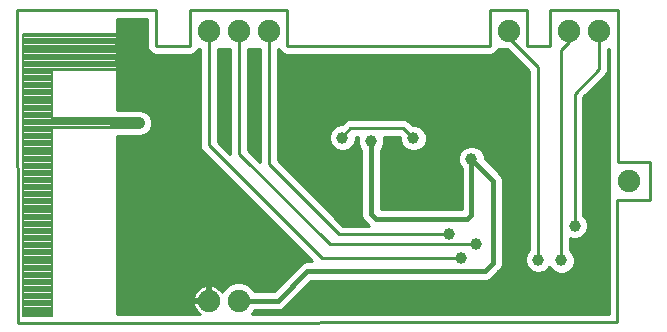
<source format=gbl>
G75*
G70*
%OFA0B0*%
%FSLAX24Y24*%
%IPPOS*%
%LPD*%
%AMOC8*
5,1,8,0,0,1.08239X$1,22.5*
%
%ADD10C,0.0100*%
%ADD11R,0.0236X0.0236*%
%ADD12C,0.0748*%
%ADD13C,0.0394*%
%ADD14C,0.0098*%
%ADD15C,0.0157*%
%ADD16C,0.0079*%
%ADD17C,0.0394*%
D10*
X000160Y000159D02*
X000155Y010589D01*
X004780Y010589D01*
X004780Y009389D01*
X005905Y009389D01*
X005905Y010589D01*
X009155Y010585D01*
X009155Y009389D01*
X015905Y009389D01*
X015905Y010589D01*
X017155Y010589D01*
X017155Y009389D01*
X017905Y009389D01*
X017905Y010589D01*
X020166Y010589D01*
X020166Y005517D01*
X021229Y005517D01*
X021229Y004257D01*
X020156Y004257D01*
X020156Y000164D01*
X000160Y000159D01*
D11*
X003410Y006810D03*
D12*
X006530Y009889D03*
X007530Y009889D03*
X008530Y009889D03*
X016530Y009889D03*
X018530Y009889D03*
X019530Y009889D03*
X020530Y004889D03*
X007530Y000889D03*
X006530Y000889D03*
D13*
X003757Y003222D03*
X003779Y003823D03*
X003783Y004427D03*
X003795Y004958D03*
X003783Y005501D03*
X003795Y006021D03*
X004201Y006812D03*
X003709Y007705D03*
X003722Y008252D03*
X003734Y008804D03*
X003734Y009311D03*
X003742Y009835D03*
X006998Y008811D03*
X008072Y008827D03*
X010989Y006324D03*
X011950Y006210D03*
X013351Y006308D03*
X013530Y004514D03*
X014552Y003100D03*
X014942Y002304D03*
X015438Y002765D03*
X017513Y002261D03*
X018284Y002234D03*
X018727Y003389D03*
X019348Y005689D03*
X015284Y005616D03*
X014742Y008350D03*
D14*
X015964Y009093D02*
X016073Y009138D01*
X016156Y009221D01*
X016180Y009279D01*
X016383Y009279D01*
X016407Y009269D01*
X016489Y009269D01*
X017217Y008540D01*
X017217Y002592D01*
X017137Y002512D01*
X017070Y002349D01*
X017070Y002173D01*
X017137Y002010D01*
X017262Y001886D01*
X017424Y001818D01*
X017601Y001818D01*
X017763Y001886D01*
X017888Y002010D01*
X017893Y002022D01*
X017909Y001983D01*
X018033Y001858D01*
X018196Y001791D01*
X018372Y001791D01*
X018535Y001858D01*
X018660Y001983D01*
X018727Y002145D01*
X018727Y002322D01*
X018660Y002484D01*
X018579Y002565D01*
X018579Y002971D01*
X018639Y002946D01*
X018815Y002946D01*
X018978Y003014D01*
X019103Y003138D01*
X019170Y003301D01*
X019170Y003477D01*
X019860Y003477D01*
X019860Y003574D02*
X019130Y003574D01*
X019103Y003640D02*
X019170Y003477D01*
X019170Y003380D02*
X019860Y003380D01*
X019860Y003283D02*
X019163Y003283D01*
X019122Y003186D02*
X019860Y003186D01*
X019860Y003089D02*
X019054Y003089D01*
X018926Y002992D02*
X019860Y002992D01*
X019860Y002895D02*
X018579Y002895D01*
X018579Y002798D02*
X019860Y002798D01*
X019860Y002701D02*
X018579Y002701D01*
X018579Y002604D02*
X019860Y002604D01*
X019860Y002507D02*
X018637Y002507D01*
X018690Y002410D02*
X019860Y002410D01*
X019860Y002313D02*
X018727Y002313D01*
X018727Y002216D02*
X019860Y002216D01*
X019860Y002119D02*
X018716Y002119D01*
X018676Y002022D02*
X019860Y002022D01*
X019860Y001925D02*
X018602Y001925D01*
X018463Y001829D02*
X019860Y001829D01*
X019860Y001732D02*
X016052Y001732D01*
X016149Y001829D02*
X017400Y001829D01*
X017222Y001925D02*
X016246Y001925D01*
X016280Y001959D02*
X016329Y002078D01*
X016329Y004830D01*
X016329Y004960D01*
X016280Y005079D01*
X015727Y005632D01*
X015727Y005704D01*
X015660Y005866D01*
X015535Y005991D01*
X015372Y006058D01*
X015196Y006058D01*
X015033Y005991D01*
X014909Y005866D01*
X014841Y005704D01*
X014841Y005527D01*
X014909Y005365D01*
X014959Y005314D01*
X014959Y003936D01*
X012274Y003936D01*
X012274Y005908D01*
X012325Y005959D01*
X012392Y006122D01*
X012392Y006298D01*
X012375Y006340D01*
X012902Y006340D01*
X012908Y006334D01*
X012908Y006220D01*
X012976Y006058D01*
X013100Y005933D01*
X013263Y005866D01*
X013439Y005866D01*
X013602Y005933D01*
X013727Y006058D01*
X013794Y006220D01*
X013794Y006397D01*
X013727Y006559D01*
X013602Y006684D01*
X013439Y006751D01*
X013326Y006751D01*
X013192Y006885D01*
X013083Y006930D01*
X012966Y006930D01*
X011186Y006930D01*
X011078Y006885D01*
X010994Y006802D01*
X010959Y006767D01*
X010901Y006767D01*
X010738Y006700D01*
X010613Y006575D01*
X010546Y006412D01*
X010546Y006236D01*
X010613Y006073D01*
X010738Y005949D01*
X010901Y005881D01*
X011077Y005881D01*
X011240Y005949D01*
X011364Y006073D01*
X011432Y006236D01*
X011432Y006340D01*
X011524Y006340D01*
X011507Y006298D01*
X011507Y006122D01*
X011574Y005959D01*
X011625Y005908D01*
X011625Y003838D01*
X011625Y003708D01*
X011674Y003589D01*
X011836Y003428D01*
X011868Y003395D01*
X011013Y003395D01*
X008831Y005576D01*
X008831Y009279D01*
X008880Y009279D01*
X008904Y009221D01*
X008988Y009138D01*
X009096Y009093D01*
X009214Y009093D01*
X015964Y009093D01*
X015984Y009101D02*
X016657Y009101D01*
X016754Y009004D02*
X008831Y009004D01*
X008831Y008907D02*
X016850Y008907D01*
X016947Y008810D02*
X008831Y008810D01*
X008831Y008713D02*
X017044Y008713D01*
X017141Y008616D02*
X008831Y008616D01*
X008831Y008519D02*
X017217Y008519D01*
X017217Y008422D02*
X008831Y008422D01*
X008831Y008325D02*
X017217Y008325D01*
X017217Y008228D02*
X008831Y008228D01*
X008831Y008131D02*
X017217Y008131D01*
X017217Y008034D02*
X008831Y008034D01*
X008831Y007938D02*
X017217Y007938D01*
X017217Y007841D02*
X008831Y007841D01*
X008831Y007744D02*
X017217Y007744D01*
X017217Y007647D02*
X008831Y007647D01*
X008831Y007550D02*
X017217Y007550D01*
X017217Y007453D02*
X008831Y007453D01*
X008831Y007356D02*
X017217Y007356D01*
X017217Y007259D02*
X008831Y007259D01*
X008831Y007162D02*
X017217Y007162D01*
X017217Y007065D02*
X008831Y007065D01*
X008831Y006968D02*
X017217Y006968D01*
X017217Y006871D02*
X013206Y006871D01*
X013303Y006774D02*
X017217Y006774D01*
X017217Y006677D02*
X013609Y006677D01*
X013706Y006580D02*
X017217Y006580D01*
X017217Y006483D02*
X013758Y006483D01*
X013794Y006386D02*
X017217Y006386D01*
X017217Y006289D02*
X013794Y006289D01*
X013782Y006192D02*
X017217Y006192D01*
X017217Y006095D02*
X013742Y006095D01*
X013667Y005998D02*
X015051Y005998D01*
X014944Y005901D02*
X013525Y005901D01*
X013177Y005901D02*
X012274Y005901D01*
X012274Y005804D02*
X014883Y005804D01*
X014843Y005707D02*
X012274Y005707D01*
X012274Y005610D02*
X014841Y005610D01*
X014847Y005513D02*
X012274Y005513D01*
X012274Y005416D02*
X014887Y005416D01*
X014954Y005319D02*
X012274Y005319D01*
X012274Y005222D02*
X014959Y005222D01*
X014959Y005125D02*
X012274Y005125D01*
X012274Y005028D02*
X014959Y005028D01*
X014959Y004931D02*
X012274Y004931D01*
X012274Y004835D02*
X014959Y004835D01*
X014959Y004738D02*
X012274Y004738D01*
X012274Y004641D02*
X014959Y004641D01*
X014959Y004544D02*
X012274Y004544D01*
X012274Y004447D02*
X014959Y004447D01*
X014959Y004350D02*
X012274Y004350D01*
X012274Y004253D02*
X014959Y004253D01*
X014959Y004156D02*
X012274Y004156D01*
X012274Y004059D02*
X014959Y004059D01*
X014959Y003962D02*
X012274Y003962D01*
X011786Y003477D02*
X010931Y003477D01*
X010834Y003574D02*
X011689Y003574D01*
X011640Y003671D02*
X010737Y003671D01*
X010640Y003768D02*
X011625Y003768D01*
X011625Y003865D02*
X010543Y003865D01*
X010446Y003962D02*
X011625Y003962D01*
X011625Y004059D02*
X010349Y004059D01*
X010252Y004156D02*
X011625Y004156D01*
X011625Y004253D02*
X010155Y004253D01*
X010058Y004350D02*
X011625Y004350D01*
X011625Y004447D02*
X009961Y004447D01*
X009864Y004544D02*
X011625Y004544D01*
X011625Y004641D02*
X009767Y004641D01*
X009670Y004738D02*
X011625Y004738D01*
X011625Y004835D02*
X009573Y004835D01*
X009476Y004931D02*
X011625Y004931D01*
X011625Y005028D02*
X009379Y005028D01*
X009282Y005125D02*
X011625Y005125D01*
X011625Y005222D02*
X009185Y005222D01*
X009088Y005319D02*
X011625Y005319D01*
X011625Y005416D02*
X008991Y005416D01*
X008894Y005513D02*
X011625Y005513D01*
X011625Y005610D02*
X008831Y005610D01*
X008831Y005707D02*
X011625Y005707D01*
X011625Y005804D02*
X008831Y005804D01*
X008831Y005901D02*
X010853Y005901D01*
X010689Y005998D02*
X008831Y005998D01*
X008831Y006095D02*
X010604Y006095D01*
X010564Y006192D02*
X008831Y006192D01*
X008831Y006289D02*
X010546Y006289D01*
X010546Y006386D02*
X008831Y006386D01*
X008831Y006483D02*
X010575Y006483D01*
X010618Y006580D02*
X008831Y006580D01*
X008831Y006677D02*
X010715Y006677D01*
X010966Y006774D02*
X008831Y006774D01*
X008831Y006871D02*
X011063Y006871D01*
X010994Y006802D02*
X010994Y006802D01*
X011245Y006635D02*
X011005Y006395D01*
X011005Y006340D01*
X010989Y006324D01*
X011245Y006635D02*
X013024Y006635D01*
X013351Y006308D01*
X013035Y005998D02*
X012341Y005998D01*
X012381Y006095D02*
X012960Y006095D01*
X012920Y006192D02*
X012392Y006192D01*
X012392Y006289D02*
X012908Y006289D01*
X011625Y005901D02*
X011125Y005901D01*
X011289Y005998D02*
X011558Y005998D01*
X011518Y006095D02*
X011373Y006095D01*
X011414Y006192D02*
X011507Y006192D01*
X011507Y006289D02*
X011432Y006289D01*
X009077Y009101D02*
X008831Y009101D01*
X008831Y009198D02*
X008928Y009198D01*
X008536Y009883D02*
X008530Y009889D01*
X008536Y009883D02*
X008536Y005454D01*
X010890Y003100D01*
X014552Y003100D01*
X014942Y002304D02*
X010296Y002304D01*
X006532Y006068D01*
X006532Y009887D01*
X006530Y009889D01*
X006237Y009279D02*
X006237Y006009D01*
X006282Y005901D01*
X006365Y005818D01*
X009975Y002208D01*
X009888Y002208D01*
X009759Y002208D01*
X009640Y002159D01*
X008695Y001214D01*
X008067Y001214D01*
X008056Y001240D01*
X007881Y001415D01*
X007654Y001509D01*
X007407Y001509D01*
X007179Y001415D01*
X007005Y001240D01*
X006974Y001168D01*
X006929Y001230D01*
X006871Y001288D01*
X006804Y001337D01*
X006731Y001374D01*
X006653Y001399D01*
X006579Y001411D01*
X006579Y000939D01*
X006481Y000939D01*
X006481Y001411D01*
X006408Y001399D01*
X006329Y001374D01*
X006256Y001337D01*
X006189Y001288D01*
X006131Y001230D01*
X006083Y001163D01*
X006045Y001090D01*
X006020Y001012D01*
X006008Y000938D01*
X006481Y000938D01*
X006481Y000840D01*
X006008Y000840D01*
X006020Y000767D01*
X006045Y000688D01*
X006083Y000615D01*
X006131Y000548D01*
X006189Y000490D01*
X006235Y000457D01*
X003490Y000456D01*
X003490Y006367D01*
X004111Y006367D01*
X004288Y006367D01*
X004450Y006435D01*
X004577Y006561D01*
X004644Y006724D01*
X004644Y006900D01*
X004577Y007063D01*
X004452Y007188D01*
X004290Y007255D01*
X004113Y007255D01*
X004109Y007253D01*
X003490Y007253D01*
X003490Y010269D01*
X004480Y010269D01*
X004480Y009279D01*
X004505Y009279D01*
X004529Y009221D01*
X004613Y009138D01*
X004721Y009093D01*
X005846Y009093D01*
X005964Y009093D01*
X006073Y009138D01*
X006156Y009221D01*
X006180Y009279D01*
X006237Y009279D01*
X006237Y009198D02*
X006133Y009198D01*
X006237Y009101D02*
X005984Y009101D01*
X006237Y009004D02*
X003490Y009004D01*
X003490Y008907D02*
X006237Y008907D01*
X006237Y008810D02*
X003490Y008810D01*
X003490Y008713D02*
X006237Y008713D01*
X006237Y008616D02*
X003490Y008616D01*
X003490Y008519D02*
X006237Y008519D01*
X006237Y008422D02*
X003490Y008422D01*
X003490Y008325D02*
X006237Y008325D01*
X006237Y008228D02*
X003490Y008228D01*
X003490Y008131D02*
X006237Y008131D01*
X006237Y008034D02*
X003490Y008034D01*
X003490Y007938D02*
X006237Y007938D01*
X006237Y007841D02*
X003490Y007841D01*
X003490Y007744D02*
X006237Y007744D01*
X006237Y007647D02*
X003490Y007647D01*
X003490Y007550D02*
X006237Y007550D01*
X006237Y007453D02*
X003490Y007453D01*
X003490Y007356D02*
X006237Y007356D01*
X006237Y007259D02*
X003490Y007259D01*
X003490Y006289D02*
X006237Y006289D01*
X006237Y006192D02*
X003490Y006192D01*
X003490Y006095D02*
X006237Y006095D01*
X006242Y005998D02*
X003490Y005998D01*
X003490Y005901D02*
X006282Y005901D01*
X006379Y005804D02*
X003490Y005804D01*
X003490Y005707D02*
X006476Y005707D01*
X006573Y005610D02*
X003490Y005610D01*
X003490Y005513D02*
X006670Y005513D01*
X006767Y005416D02*
X003490Y005416D01*
X003490Y005319D02*
X006864Y005319D01*
X006960Y005222D02*
X003490Y005222D01*
X003490Y005125D02*
X007057Y005125D01*
X007154Y005028D02*
X003490Y005028D01*
X003490Y004931D02*
X007251Y004931D01*
X007348Y004835D02*
X003490Y004835D01*
X003490Y004738D02*
X007445Y004738D01*
X007542Y004641D02*
X003490Y004641D01*
X003490Y004544D02*
X007639Y004544D01*
X007736Y004447D02*
X003490Y004447D01*
X003490Y004350D02*
X007833Y004350D01*
X007930Y004253D02*
X003490Y004253D01*
X003490Y004156D02*
X008027Y004156D01*
X008124Y004059D02*
X003490Y004059D01*
X003490Y003962D02*
X008221Y003962D01*
X008318Y003865D02*
X003490Y003865D01*
X003490Y003768D02*
X008415Y003768D01*
X008512Y003671D02*
X003490Y003671D01*
X003490Y003574D02*
X008609Y003574D01*
X008706Y003477D02*
X003490Y003477D01*
X003490Y003380D02*
X008803Y003380D01*
X008900Y003283D02*
X003490Y003283D01*
X003490Y003186D02*
X008997Y003186D01*
X009094Y003089D02*
X003490Y003089D01*
X003490Y002992D02*
X009191Y002992D01*
X009288Y002895D02*
X003490Y002895D01*
X003490Y002798D02*
X009385Y002798D01*
X009482Y002701D02*
X003490Y002701D01*
X003490Y002604D02*
X009579Y002604D01*
X009676Y002507D02*
X003490Y002507D01*
X003490Y002410D02*
X009773Y002410D01*
X009870Y002313D02*
X003490Y002313D01*
X003490Y002216D02*
X009966Y002216D01*
X009600Y002119D02*
X003490Y002119D01*
X003490Y002022D02*
X009503Y002022D01*
X009406Y001925D02*
X003490Y001925D01*
X003490Y001829D02*
X009309Y001829D01*
X009213Y001732D02*
X003490Y001732D01*
X003490Y001635D02*
X009116Y001635D01*
X009019Y001538D02*
X003490Y001538D01*
X003490Y001441D02*
X007241Y001441D01*
X007108Y001344D02*
X006791Y001344D01*
X006913Y001247D02*
X007011Y001247D01*
X006579Y001247D02*
X006481Y001247D01*
X006481Y001344D02*
X006579Y001344D01*
X006579Y001150D02*
X006481Y001150D01*
X006481Y001053D02*
X006579Y001053D01*
X006579Y000956D02*
X006481Y000956D01*
X006481Y000859D02*
X003490Y000859D01*
X003490Y000956D02*
X006011Y000956D01*
X006033Y001053D02*
X003490Y001053D01*
X003490Y001150D02*
X006076Y001150D01*
X006148Y001247D02*
X003490Y001247D01*
X003490Y001344D02*
X006270Y001344D01*
X006021Y000762D02*
X003490Y000762D01*
X003490Y000665D02*
X006057Y000665D01*
X006117Y000568D02*
X003490Y000568D01*
X003490Y000471D02*
X006216Y000471D01*
X007819Y001441D02*
X008922Y001441D01*
X008825Y001344D02*
X007953Y001344D01*
X008050Y001247D02*
X008728Y001247D01*
X009161Y000762D02*
X019860Y000762D01*
X019860Y000859D02*
X009258Y000859D01*
X009355Y000956D02*
X019860Y000956D01*
X019860Y001053D02*
X009452Y001053D01*
X009549Y001150D02*
X019860Y001150D01*
X019860Y001247D02*
X009646Y001247D01*
X009743Y001344D02*
X019860Y001344D01*
X019860Y001441D02*
X009840Y001441D01*
X009937Y001538D02*
X019860Y001538D01*
X019860Y001635D02*
X015955Y001635D01*
X015929Y001608D02*
X016189Y001868D01*
X016280Y001959D01*
X016306Y002022D02*
X017132Y002022D01*
X017092Y002119D02*
X016329Y002119D01*
X016329Y002216D02*
X017070Y002216D01*
X017070Y002313D02*
X016329Y002313D01*
X016329Y002410D02*
X017095Y002410D01*
X017135Y002507D02*
X016329Y002507D01*
X016329Y002604D02*
X017217Y002604D01*
X017217Y002701D02*
X016329Y002701D01*
X016329Y002798D02*
X017217Y002798D01*
X017217Y002895D02*
X016329Y002895D01*
X016329Y002992D02*
X017217Y002992D01*
X017217Y003089D02*
X016329Y003089D01*
X016329Y003186D02*
X017217Y003186D01*
X017217Y003283D02*
X016329Y003283D01*
X016329Y003380D02*
X017217Y003380D01*
X017217Y003477D02*
X016329Y003477D01*
X016329Y003574D02*
X017217Y003574D01*
X017217Y003671D02*
X016329Y003671D01*
X016329Y003768D02*
X017217Y003768D01*
X017217Y003865D02*
X016329Y003865D01*
X016329Y003962D02*
X017217Y003962D01*
X017217Y004059D02*
X016329Y004059D01*
X016329Y004156D02*
X017217Y004156D01*
X017217Y004253D02*
X016329Y004253D01*
X016329Y004350D02*
X017217Y004350D01*
X017217Y004447D02*
X016329Y004447D01*
X016329Y004544D02*
X017217Y004544D01*
X017217Y004641D02*
X016329Y004641D01*
X016329Y004738D02*
X017217Y004738D01*
X017217Y004835D02*
X016329Y004835D01*
X016329Y004931D02*
X017217Y004931D01*
X017217Y005028D02*
X016301Y005028D01*
X016234Y005125D02*
X017217Y005125D01*
X017217Y005222D02*
X016137Y005222D01*
X016040Y005319D02*
X017217Y005319D01*
X017217Y005416D02*
X015943Y005416D01*
X015846Y005513D02*
X017217Y005513D01*
X017217Y005610D02*
X015749Y005610D01*
X015726Y005707D02*
X017217Y005707D01*
X017217Y005804D02*
X015685Y005804D01*
X015625Y005901D02*
X017217Y005901D01*
X017217Y005998D02*
X015518Y005998D01*
X017513Y008663D02*
X016528Y009647D01*
X016528Y009887D01*
X016530Y009889D01*
X016560Y009198D02*
X016133Y009198D01*
X017513Y008663D02*
X017513Y002261D01*
X017803Y001925D02*
X017966Y001925D01*
X018105Y001829D02*
X017625Y001829D01*
X018284Y002234D02*
X018284Y009249D01*
X018532Y009497D01*
X018532Y009887D01*
X018530Y009889D01*
X019530Y009889D02*
X019540Y009879D01*
X019540Y008608D01*
X018727Y007795D01*
X018727Y003389D01*
X019022Y003720D02*
X019022Y007672D01*
X019707Y008357D01*
X019790Y008440D01*
X019835Y008549D01*
X019835Y009279D01*
X019870Y009279D01*
X019870Y005458D01*
X019870Y005458D01*
X019870Y004340D01*
X019860Y004316D01*
X019860Y000460D01*
X007975Y000457D01*
X008056Y000538D01*
X008067Y000564D01*
X008765Y000564D01*
X008894Y000564D01*
X009013Y000614D01*
X009958Y001558D01*
X015680Y001558D01*
X015809Y001558D01*
X015929Y001608D01*
X015438Y002765D02*
X010560Y002765D01*
X007540Y005785D01*
X007540Y009879D01*
X007530Y009889D01*
X007245Y009279D02*
X006827Y009279D01*
X006827Y006191D01*
X007245Y005773D01*
X007245Y009279D01*
X007245Y009198D02*
X006827Y009198D01*
X006827Y009101D02*
X007245Y009101D01*
X007245Y009004D02*
X006827Y009004D01*
X006827Y008907D02*
X007245Y008907D01*
X007245Y008810D02*
X006827Y008810D01*
X006827Y008713D02*
X007245Y008713D01*
X007245Y008616D02*
X006827Y008616D01*
X006827Y008519D02*
X007245Y008519D01*
X007245Y008422D02*
X006827Y008422D01*
X006827Y008325D02*
X007245Y008325D01*
X007245Y008228D02*
X006827Y008228D01*
X006827Y008131D02*
X007245Y008131D01*
X007245Y008034D02*
X006827Y008034D01*
X006827Y007938D02*
X007245Y007938D01*
X007245Y007841D02*
X006827Y007841D01*
X006827Y007744D02*
X007245Y007744D01*
X007245Y007647D02*
X006827Y007647D01*
X006827Y007550D02*
X007245Y007550D01*
X007245Y007453D02*
X006827Y007453D01*
X006827Y007356D02*
X007245Y007356D01*
X007245Y007259D02*
X006827Y007259D01*
X006827Y007162D02*
X007245Y007162D01*
X007245Y007065D02*
X006827Y007065D01*
X006827Y006968D02*
X007245Y006968D01*
X007245Y006871D02*
X006827Y006871D01*
X006827Y006774D02*
X007245Y006774D01*
X007245Y006677D02*
X006827Y006677D01*
X006827Y006580D02*
X007245Y006580D01*
X007245Y006483D02*
X006827Y006483D01*
X006827Y006386D02*
X007245Y006386D01*
X007245Y006289D02*
X006827Y006289D01*
X006827Y006192D02*
X007245Y006192D01*
X007245Y006095D02*
X006923Y006095D01*
X007020Y005998D02*
X007245Y005998D01*
X007245Y005901D02*
X007117Y005901D01*
X007214Y005804D02*
X007245Y005804D01*
X007835Y005907D02*
X008241Y005501D01*
X008241Y009279D01*
X007835Y009279D01*
X007835Y005907D01*
X007841Y005901D02*
X008241Y005901D01*
X008241Y005804D02*
X007938Y005804D01*
X008035Y005707D02*
X008241Y005707D01*
X008241Y005610D02*
X008132Y005610D01*
X008229Y005513D02*
X008241Y005513D01*
X008241Y005998D02*
X007835Y005998D01*
X007835Y006095D02*
X008241Y006095D01*
X008241Y006192D02*
X007835Y006192D01*
X007835Y006289D02*
X008241Y006289D01*
X008241Y006386D02*
X007835Y006386D01*
X007835Y006483D02*
X008241Y006483D01*
X008241Y006580D02*
X007835Y006580D01*
X007835Y006677D02*
X008241Y006677D01*
X008241Y006774D02*
X007835Y006774D01*
X007835Y006871D02*
X008241Y006871D01*
X008241Y006968D02*
X007835Y006968D01*
X007835Y007065D02*
X008241Y007065D01*
X008241Y007162D02*
X007835Y007162D01*
X007835Y007259D02*
X008241Y007259D01*
X008241Y007356D02*
X007835Y007356D01*
X007835Y007453D02*
X008241Y007453D01*
X008241Y007550D02*
X007835Y007550D01*
X007835Y007647D02*
X008241Y007647D01*
X008241Y007744D02*
X007835Y007744D01*
X007835Y007841D02*
X008241Y007841D01*
X008241Y007938D02*
X007835Y007938D01*
X007835Y008034D02*
X008241Y008034D01*
X008241Y008131D02*
X007835Y008131D01*
X007835Y008228D02*
X008241Y008228D01*
X008241Y008325D02*
X007835Y008325D01*
X007835Y008422D02*
X008241Y008422D01*
X008241Y008519D02*
X007835Y008519D01*
X007835Y008616D02*
X008241Y008616D01*
X008241Y008713D02*
X007835Y008713D01*
X007835Y008810D02*
X008241Y008810D01*
X008241Y008907D02*
X007835Y008907D01*
X007835Y009004D02*
X008241Y009004D01*
X008241Y009101D02*
X007835Y009101D01*
X007835Y009198D02*
X008241Y009198D01*
X006237Y007162D02*
X004478Y007162D01*
X004575Y007065D02*
X006237Y007065D01*
X006237Y006968D02*
X004616Y006968D01*
X004644Y006871D02*
X006237Y006871D01*
X006237Y006774D02*
X004644Y006774D01*
X004625Y006677D02*
X006237Y006677D01*
X006237Y006580D02*
X004585Y006580D01*
X004498Y006483D02*
X006237Y006483D01*
X006237Y006386D02*
X004332Y006386D01*
X004702Y009101D02*
X003490Y009101D01*
X003490Y009198D02*
X004553Y009198D01*
X004480Y009295D02*
X003490Y009295D01*
X003490Y009392D02*
X004480Y009392D01*
X004480Y009489D02*
X003490Y009489D01*
X003490Y009586D02*
X004480Y009586D01*
X004480Y009683D02*
X003490Y009683D01*
X003490Y009780D02*
X004480Y009780D01*
X004480Y009877D02*
X003490Y009877D01*
X003490Y009974D02*
X004480Y009974D01*
X004480Y010071D02*
X003490Y010071D01*
X003490Y010168D02*
X004480Y010168D01*
X004480Y010265D02*
X003490Y010265D01*
X009065Y000665D02*
X019860Y000665D01*
X019860Y000568D02*
X008903Y000568D01*
X007989Y000471D02*
X019860Y000471D01*
X019860Y003671D02*
X019072Y003671D01*
X019103Y003640D02*
X019022Y003720D01*
X019022Y003768D02*
X019860Y003768D01*
X019860Y003865D02*
X019022Y003865D01*
X019022Y003962D02*
X019860Y003962D01*
X019860Y004059D02*
X019022Y004059D01*
X019022Y004156D02*
X019860Y004156D01*
X019860Y004253D02*
X019022Y004253D01*
X019022Y004350D02*
X019870Y004350D01*
X019870Y004447D02*
X019022Y004447D01*
X019022Y004544D02*
X019870Y004544D01*
X019870Y004641D02*
X019022Y004641D01*
X019022Y004738D02*
X019870Y004738D01*
X019870Y004835D02*
X019022Y004835D01*
X019022Y004931D02*
X019870Y004931D01*
X019870Y005028D02*
X019022Y005028D01*
X019022Y005125D02*
X019870Y005125D01*
X019870Y005222D02*
X019022Y005222D01*
X019022Y005319D02*
X019870Y005319D01*
X019870Y005416D02*
X019022Y005416D01*
X019022Y005513D02*
X019870Y005513D01*
X019870Y005610D02*
X019022Y005610D01*
X019022Y005707D02*
X019870Y005707D01*
X019870Y005804D02*
X019022Y005804D01*
X019022Y005901D02*
X019870Y005901D01*
X019870Y005998D02*
X019022Y005998D01*
X019022Y006095D02*
X019870Y006095D01*
X019870Y006192D02*
X019022Y006192D01*
X019022Y006289D02*
X019870Y006289D01*
X019870Y006386D02*
X019022Y006386D01*
X019022Y006483D02*
X019870Y006483D01*
X019870Y006580D02*
X019022Y006580D01*
X019022Y006677D02*
X019870Y006677D01*
X019870Y006774D02*
X019022Y006774D01*
X019022Y006871D02*
X019870Y006871D01*
X019870Y006968D02*
X019022Y006968D01*
X019022Y007065D02*
X019870Y007065D01*
X019870Y007162D02*
X019022Y007162D01*
X019022Y007259D02*
X019870Y007259D01*
X019870Y007356D02*
X019022Y007356D01*
X019022Y007453D02*
X019870Y007453D01*
X019870Y007550D02*
X019022Y007550D01*
X019022Y007647D02*
X019870Y007647D01*
X019870Y007744D02*
X019094Y007744D01*
X019191Y007841D02*
X019870Y007841D01*
X019870Y007938D02*
X019288Y007938D01*
X019384Y008034D02*
X019870Y008034D01*
X019870Y008131D02*
X019481Y008131D01*
X019578Y008228D02*
X019870Y008228D01*
X019870Y008325D02*
X019675Y008325D01*
X019772Y008422D02*
X019870Y008422D01*
X019870Y008519D02*
X019823Y008519D01*
X019835Y008616D02*
X019870Y008616D01*
X019870Y008713D02*
X019835Y008713D01*
X019835Y008810D02*
X019870Y008810D01*
X019870Y008907D02*
X019835Y008907D01*
X019835Y009004D02*
X019870Y009004D01*
X019870Y009101D02*
X019835Y009101D01*
X019835Y009198D02*
X019870Y009198D01*
D15*
X016005Y004895D02*
X015284Y005616D01*
X015284Y003761D01*
X015135Y003612D01*
X012111Y003612D01*
X011950Y003773D01*
X011950Y006210D01*
X016005Y004895D02*
X016005Y002143D01*
X015745Y001883D01*
X009824Y001883D01*
X008829Y000889D01*
X007530Y000889D01*
D16*
X003410Y006653D02*
X001324Y006653D01*
X001324Y000393D01*
X000349Y000393D01*
X000345Y009763D01*
X003451Y009763D01*
X003491Y009667D01*
X003510Y009648D01*
X003510Y009507D01*
X003483Y009479D01*
X003438Y009370D01*
X003438Y009253D01*
X003483Y009144D01*
X003510Y009116D01*
X003510Y008999D01*
X003483Y008971D01*
X003438Y008863D01*
X003438Y008745D01*
X003483Y008636D01*
X003510Y008608D01*
X003510Y008582D01*
X001324Y008582D01*
X001324Y006988D01*
X003410Y006988D01*
X003410Y006653D01*
X003410Y006690D02*
X000346Y006690D01*
X000346Y006613D02*
X001324Y006613D01*
X001324Y006536D02*
X000347Y006536D01*
X000347Y006458D02*
X001324Y006458D01*
X001324Y006381D02*
X000347Y006381D01*
X000347Y006304D02*
X001324Y006304D01*
X001324Y006226D02*
X000347Y006226D01*
X000347Y006149D02*
X001324Y006149D01*
X001324Y006072D02*
X000347Y006072D01*
X000347Y005995D02*
X001324Y005995D01*
X001324Y005917D02*
X000347Y005917D01*
X000347Y005840D02*
X001324Y005840D01*
X001324Y005763D02*
X000347Y005763D01*
X000347Y005685D02*
X001324Y005685D01*
X001324Y005608D02*
X000347Y005608D01*
X000347Y005531D02*
X001324Y005531D01*
X001324Y005454D02*
X000347Y005454D01*
X000347Y005376D02*
X001324Y005376D01*
X001324Y005299D02*
X000347Y005299D01*
X000347Y005222D02*
X001324Y005222D01*
X001324Y005144D02*
X000347Y005144D01*
X000347Y005067D02*
X001324Y005067D01*
X001324Y004990D02*
X000347Y004990D01*
X000347Y004913D02*
X001324Y004913D01*
X001324Y004835D02*
X000347Y004835D01*
X000347Y004758D02*
X001324Y004758D01*
X001324Y004681D02*
X000347Y004681D01*
X000347Y004603D02*
X001324Y004603D01*
X001324Y004526D02*
X000347Y004526D01*
X000348Y004449D02*
X001324Y004449D01*
X001324Y004372D02*
X000348Y004372D01*
X000348Y004294D02*
X001324Y004294D01*
X001324Y004217D02*
X000348Y004217D01*
X000348Y004140D02*
X001324Y004140D01*
X001324Y004062D02*
X000348Y004062D01*
X000348Y003985D02*
X001324Y003985D01*
X001324Y003908D02*
X000348Y003908D01*
X000348Y003831D02*
X001324Y003831D01*
X001324Y003753D02*
X000348Y003753D01*
X000348Y003676D02*
X001324Y003676D01*
X001324Y003599D02*
X000348Y003599D01*
X000348Y003521D02*
X001324Y003521D01*
X001324Y003444D02*
X000348Y003444D01*
X000348Y003367D02*
X001324Y003367D01*
X001324Y003290D02*
X000348Y003290D01*
X000348Y003212D02*
X001324Y003212D01*
X001324Y003135D02*
X000348Y003135D01*
X000348Y003058D02*
X001324Y003058D01*
X001324Y002980D02*
X000348Y002980D01*
X000348Y002903D02*
X001324Y002903D01*
X001324Y002826D02*
X000348Y002826D01*
X000348Y002749D02*
X001324Y002749D01*
X001324Y002671D02*
X000348Y002671D01*
X000348Y002594D02*
X001324Y002594D01*
X001324Y002517D02*
X000348Y002517D01*
X000349Y002439D02*
X001324Y002439D01*
X001324Y002362D02*
X000349Y002362D01*
X000349Y002285D02*
X001324Y002285D01*
X001324Y002208D02*
X000349Y002208D01*
X000349Y002130D02*
X001324Y002130D01*
X001324Y002053D02*
X000349Y002053D01*
X000349Y001976D02*
X001324Y001976D01*
X001324Y001899D02*
X000349Y001899D01*
X000349Y001821D02*
X001324Y001821D01*
X001324Y001744D02*
X000349Y001744D01*
X000349Y001667D02*
X001324Y001667D01*
X001324Y001589D02*
X000349Y001589D01*
X000349Y001512D02*
X001324Y001512D01*
X001324Y001435D02*
X000349Y001435D01*
X000349Y001358D02*
X001324Y001358D01*
X001324Y001280D02*
X000349Y001280D01*
X000349Y001203D02*
X001324Y001203D01*
X001324Y001126D02*
X000349Y001126D01*
X000349Y001048D02*
X001324Y001048D01*
X001324Y000971D02*
X000349Y000971D01*
X000349Y000894D02*
X001324Y000894D01*
X001324Y000817D02*
X000349Y000817D01*
X000349Y000739D02*
X001324Y000739D01*
X001324Y000662D02*
X000349Y000662D01*
X000349Y000585D02*
X001324Y000585D01*
X001324Y000507D02*
X000349Y000507D01*
X000349Y000430D02*
X001324Y000430D01*
X000346Y006767D02*
X003410Y006767D01*
X003410Y006845D02*
X000346Y006845D01*
X000346Y006922D02*
X003410Y006922D01*
X003496Y008622D02*
X000346Y008622D01*
X000346Y008545D02*
X001324Y008545D01*
X001324Y008468D02*
X000346Y008468D01*
X000346Y008390D02*
X001324Y008390D01*
X001324Y008313D02*
X000346Y008313D01*
X000346Y008236D02*
X001324Y008236D01*
X001324Y008158D02*
X000346Y008158D01*
X000346Y008081D02*
X001324Y008081D01*
X001324Y008004D02*
X000346Y008004D01*
X000346Y007927D02*
X001324Y007927D01*
X001324Y007849D02*
X000346Y007849D01*
X000346Y007772D02*
X001324Y007772D01*
X001324Y007695D02*
X000346Y007695D01*
X000346Y007617D02*
X001324Y007617D01*
X001324Y007540D02*
X000346Y007540D01*
X000346Y007463D02*
X001324Y007463D01*
X001324Y007386D02*
X000346Y007386D01*
X000346Y007308D02*
X001324Y007308D01*
X001324Y007231D02*
X000346Y007231D01*
X000346Y007154D02*
X001324Y007154D01*
X001324Y007076D02*
X000346Y007076D01*
X000346Y006999D02*
X001324Y006999D01*
X000345Y008699D02*
X003456Y008699D01*
X003438Y008777D02*
X000345Y008777D01*
X000345Y008854D02*
X003438Y008854D01*
X003466Y008931D02*
X000345Y008931D01*
X000345Y009009D02*
X003510Y009009D01*
X003510Y009086D02*
X000345Y009086D01*
X000345Y009163D02*
X003475Y009163D01*
X003443Y009240D02*
X000345Y009240D01*
X000345Y009318D02*
X003438Y009318D01*
X003448Y009395D02*
X000345Y009395D01*
X000345Y009472D02*
X003480Y009472D01*
X003510Y009550D02*
X000345Y009550D01*
X000345Y009627D02*
X003510Y009627D01*
X003475Y009704D02*
X000345Y009704D01*
D17*
X003410Y006810D02*
X004200Y006810D01*
X004201Y006812D01*
M02*

</source>
